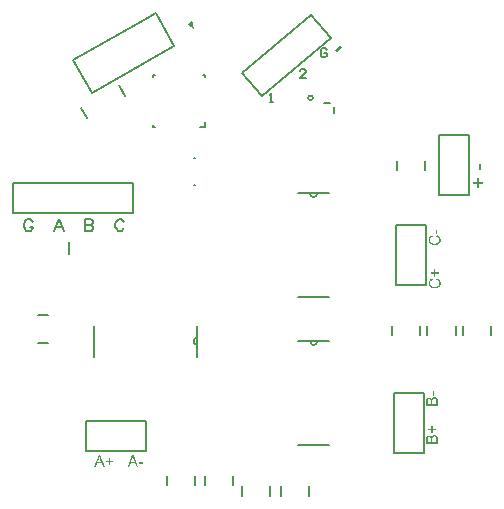
<source format=gto>
G04*
G04 #@! TF.GenerationSoftware,Altium Limited,Altium Designer,20.0.13 (296)*
G04*
G04 Layer_Color=65535*
%FSLAX25Y25*%
%MOIN*%
G70*
G01*
G75*
%ADD10C,0.00600*%
%ADD11C,0.00787*%
%ADD12C,0.00591*%
%ADD13C,0.01000*%
%ADD14C,0.00500*%
G36*
X-20209Y79108D02*
X-21025Y82151D01*
X-22138Y80222D01*
X-20209Y79108D01*
D02*
G37*
G36*
X59851Y-43209D02*
X59377D01*
Y-41757D01*
X59851D01*
Y-43209D01*
D02*
G37*
G36*
X59936Y-43663D02*
X59958D01*
X59986Y-43666D01*
X60019Y-43669D01*
X60053Y-43674D01*
X60130Y-43688D01*
X60216Y-43710D01*
X60305Y-43738D01*
X60393Y-43777D01*
X60396D01*
X60404Y-43782D01*
X60416Y-43788D01*
X60432Y-43796D01*
X60452Y-43807D01*
X60474Y-43821D01*
X60524Y-43854D01*
X60582Y-43896D01*
X60640Y-43943D01*
X60698Y-43995D01*
X60748Y-44056D01*
Y-44059D01*
X60754Y-44065D01*
X60759Y-44073D01*
X60767Y-44087D01*
X60778Y-44104D01*
X60790Y-44123D01*
X60803Y-44145D01*
X60817Y-44170D01*
X60834Y-44201D01*
X60848Y-44231D01*
X60881Y-44303D01*
X60909Y-44383D01*
X60936Y-44475D01*
Y-44477D01*
X60939Y-44486D01*
X60942Y-44500D01*
X60947Y-44519D01*
X60950Y-44544D01*
X60956Y-44574D01*
X60961Y-44608D01*
X60967Y-44646D01*
X60975Y-44688D01*
X60981Y-44735D01*
X60986Y-44788D01*
X60989Y-44840D01*
X60994Y-44899D01*
X60997Y-44959D01*
X61000Y-45026D01*
Y-46552D01*
X57166D01*
Y-45076D01*
X57169Y-45045D01*
Y-45006D01*
X57172Y-44965D01*
X57177Y-44915D01*
X57180Y-44865D01*
X57188Y-44810D01*
X57194Y-44752D01*
X57216Y-44635D01*
X57247Y-44519D01*
X57263Y-44464D01*
X57285Y-44414D01*
Y-44411D01*
X57291Y-44403D01*
X57297Y-44389D01*
X57308Y-44369D01*
X57319Y-44347D01*
X57335Y-44322D01*
X57352Y-44292D01*
X57374Y-44261D01*
X57396Y-44228D01*
X57424Y-44195D01*
X57452Y-44162D01*
X57485Y-44126D01*
X57521Y-44092D01*
X57557Y-44059D01*
X57598Y-44029D01*
X57643Y-43998D01*
X57645Y-43995D01*
X57654Y-43993D01*
X57668Y-43984D01*
X57684Y-43973D01*
X57706Y-43962D01*
X57734Y-43951D01*
X57762Y-43937D01*
X57795Y-43921D01*
X57834Y-43907D01*
X57873Y-43893D01*
X57959Y-43871D01*
X58053Y-43851D01*
X58100Y-43849D01*
X58150Y-43846D01*
X58152D01*
X58161D01*
X58175D01*
X58191Y-43849D01*
X58213D01*
X58238Y-43854D01*
X58269Y-43857D01*
X58299Y-43863D01*
X58371Y-43879D01*
X58449Y-43904D01*
X58490Y-43918D01*
X58529Y-43937D01*
X58571Y-43957D01*
X58612Y-43982D01*
X58615Y-43984D01*
X58621Y-43987D01*
X58632Y-43995D01*
X58648Y-44006D01*
X58668Y-44020D01*
X58687Y-44037D01*
X58712Y-44059D01*
X58737Y-44081D01*
X58765Y-44109D01*
X58792Y-44137D01*
X58820Y-44170D01*
X58851Y-44206D01*
X58881Y-44247D01*
X58909Y-44289D01*
X58936Y-44333D01*
X58961Y-44383D01*
Y-44381D01*
X58967Y-44367D01*
X58972Y-44350D01*
X58981Y-44325D01*
X58992Y-44297D01*
X59006Y-44264D01*
X59022Y-44225D01*
X59044Y-44187D01*
X59066Y-44142D01*
X59092Y-44098D01*
X59119Y-44054D01*
X59152Y-44009D01*
X59186Y-43968D01*
X59224Y-43924D01*
X59266Y-43885D01*
X59310Y-43849D01*
X59313Y-43846D01*
X59321Y-43840D01*
X59335Y-43832D01*
X59355Y-43818D01*
X59377Y-43804D01*
X59404Y-43788D01*
X59438Y-43771D01*
X59474Y-43755D01*
X59515Y-43738D01*
X59560Y-43718D01*
X59607Y-43705D01*
X59659Y-43691D01*
X59712Y-43677D01*
X59770Y-43669D01*
X59828Y-43663D01*
X59889Y-43660D01*
X59892D01*
X59900D01*
X59917D01*
X59936Y-43663D01*
D02*
G37*
G36*
X59333Y-54236D02*
X60382D01*
Y-54679D01*
X59333D01*
Y-55724D01*
X58892D01*
Y-54679D01*
X57848D01*
Y-54236D01*
X58892D01*
Y-53192D01*
X59333D01*
Y-54236D01*
D02*
G37*
G36*
X59936Y-56311D02*
X59958D01*
X59986Y-56314D01*
X60019Y-56316D01*
X60053Y-56322D01*
X60130Y-56336D01*
X60216Y-56358D01*
X60305Y-56386D01*
X60393Y-56424D01*
X60396D01*
X60404Y-56430D01*
X60416Y-56436D01*
X60432Y-56444D01*
X60452Y-56455D01*
X60474Y-56469D01*
X60524Y-56502D01*
X60582Y-56544D01*
X60640Y-56591D01*
X60698Y-56643D01*
X60748Y-56704D01*
Y-56707D01*
X60754Y-56713D01*
X60759Y-56721D01*
X60767Y-56735D01*
X60778Y-56751D01*
X60790Y-56771D01*
X60803Y-56793D01*
X60817Y-56818D01*
X60834Y-56848D01*
X60848Y-56879D01*
X60881Y-56951D01*
X60909Y-57031D01*
X60936Y-57122D01*
Y-57125D01*
X60939Y-57134D01*
X60942Y-57147D01*
X60947Y-57167D01*
X60950Y-57192D01*
X60956Y-57222D01*
X60961Y-57256D01*
X60967Y-57294D01*
X60975Y-57336D01*
X60981Y-57383D01*
X60986Y-57436D01*
X60989Y-57488D01*
X60994Y-57546D01*
X60997Y-57607D01*
X61000Y-57674D01*
Y-59200D01*
X57166D01*
Y-57724D01*
X57169Y-57693D01*
Y-57654D01*
X57172Y-57613D01*
X57177Y-57563D01*
X57180Y-57513D01*
X57188Y-57458D01*
X57194Y-57399D01*
X57216Y-57283D01*
X57247Y-57167D01*
X57263Y-57111D01*
X57285Y-57062D01*
Y-57059D01*
X57291Y-57051D01*
X57297Y-57037D01*
X57308Y-57017D01*
X57319Y-56995D01*
X57335Y-56970D01*
X57352Y-56940D01*
X57374Y-56909D01*
X57396Y-56876D01*
X57424Y-56843D01*
X57452Y-56810D01*
X57485Y-56774D01*
X57521Y-56740D01*
X57557Y-56707D01*
X57598Y-56677D01*
X57643Y-56646D01*
X57645Y-56643D01*
X57654Y-56640D01*
X57668Y-56632D01*
X57684Y-56621D01*
X57706Y-56610D01*
X57734Y-56599D01*
X57762Y-56585D01*
X57795Y-56568D01*
X57834Y-56555D01*
X57873Y-56541D01*
X57959Y-56519D01*
X58053Y-56499D01*
X58100Y-56497D01*
X58150Y-56494D01*
X58152D01*
X58161D01*
X58175D01*
X58191Y-56497D01*
X58213D01*
X58238Y-56502D01*
X58269Y-56505D01*
X58299Y-56510D01*
X58371Y-56527D01*
X58449Y-56552D01*
X58490Y-56566D01*
X58529Y-56585D01*
X58571Y-56604D01*
X58612Y-56629D01*
X58615Y-56632D01*
X58621Y-56635D01*
X58632Y-56643D01*
X58648Y-56654D01*
X58668Y-56668D01*
X58687Y-56685D01*
X58712Y-56707D01*
X58737Y-56729D01*
X58765Y-56757D01*
X58792Y-56785D01*
X58820Y-56818D01*
X58851Y-56854D01*
X58881Y-56895D01*
X58909Y-56937D01*
X58936Y-56981D01*
X58961Y-57031D01*
Y-57028D01*
X58967Y-57015D01*
X58972Y-56998D01*
X58981Y-56973D01*
X58992Y-56945D01*
X59006Y-56912D01*
X59022Y-56873D01*
X59044Y-56834D01*
X59066Y-56790D01*
X59092Y-56746D01*
X59119Y-56701D01*
X59152Y-56657D01*
X59186Y-56616D01*
X59224Y-56571D01*
X59266Y-56533D01*
X59310Y-56497D01*
X59313Y-56494D01*
X59321Y-56488D01*
X59335Y-56480D01*
X59355Y-56466D01*
X59377Y-56452D01*
X59404Y-56436D01*
X59438Y-56419D01*
X59474Y-56402D01*
X59515Y-56386D01*
X59560Y-56366D01*
X59607Y-56352D01*
X59659Y-56339D01*
X59712Y-56325D01*
X59770Y-56316D01*
X59828Y-56311D01*
X59889Y-56308D01*
X59892D01*
X59900D01*
X59917D01*
X59936Y-56311D01*
D02*
G37*
G36*
X60787Y10699D02*
X60313D01*
Y12150D01*
X60787D01*
Y10699D01*
D02*
G37*
G36*
X60729Y10319D02*
X60737Y10317D01*
X60748Y10314D01*
X60762Y10311D01*
X60781Y10306D01*
X60823Y10292D01*
X60875Y10272D01*
X60934Y10250D01*
X61000Y10222D01*
X61072Y10189D01*
X61150Y10153D01*
X61227Y10112D01*
X61305Y10065D01*
X61385Y10012D01*
X61463Y9954D01*
X61537Y9890D01*
X61607Y9821D01*
X61673Y9746D01*
X61676Y9741D01*
X61687Y9727D01*
X61704Y9704D01*
X61723Y9671D01*
X61748Y9633D01*
X61776Y9583D01*
X61806Y9527D01*
X61837Y9464D01*
X61867Y9394D01*
X61897Y9317D01*
X61925Y9234D01*
X61950Y9145D01*
X61970Y9048D01*
X61986Y8948D01*
X61997Y8843D01*
X62000Y8732D01*
Y8691D01*
X61997Y8671D01*
Y8630D01*
X61992Y8577D01*
X61986Y8516D01*
X61978Y8447D01*
X61970Y8375D01*
X61956Y8294D01*
X61939Y8214D01*
X61917Y8128D01*
X61895Y8045D01*
X61864Y7962D01*
X61831Y7879D01*
X61792Y7799D01*
X61748Y7724D01*
X61745Y7718D01*
X61737Y7707D01*
X61720Y7688D01*
X61701Y7660D01*
X61676Y7627D01*
X61643Y7591D01*
X61607Y7549D01*
X61562Y7505D01*
X61513Y7458D01*
X61460Y7411D01*
X61399Y7361D01*
X61335Y7311D01*
X61263Y7264D01*
X61188Y7217D01*
X61105Y7173D01*
X61019Y7134D01*
X61017D01*
X61014Y7131D01*
X60997Y7126D01*
X60972Y7114D01*
X60936Y7103D01*
X60892Y7087D01*
X60839Y7070D01*
X60778Y7051D01*
X60712Y7034D01*
X60637Y7015D01*
X60557Y6995D01*
X60474Y6979D01*
X60382Y6962D01*
X60291Y6951D01*
X60194Y6940D01*
X60094Y6934D01*
X59992Y6932D01*
X59989D01*
X59983D01*
X59975D01*
X59964D01*
X59950D01*
X59934Y6934D01*
X59892D01*
X59839Y6940D01*
X59778Y6943D01*
X59709Y6951D01*
X59634Y6959D01*
X59557Y6973D01*
X59474Y6987D01*
X59385Y7006D01*
X59297Y7029D01*
X59208Y7054D01*
X59119Y7084D01*
X59033Y7120D01*
X58947Y7159D01*
X58942Y7162D01*
X58928Y7170D01*
X58906Y7184D01*
X58873Y7200D01*
X58837Y7225D01*
X58795Y7253D01*
X58745Y7289D01*
X58695Y7328D01*
X58643Y7369D01*
X58585Y7419D01*
X58529Y7472D01*
X58474Y7530D01*
X58418Y7594D01*
X58366Y7660D01*
X58316Y7732D01*
X58269Y7810D01*
X58266Y7815D01*
X58258Y7829D01*
X58247Y7851D01*
X58233Y7885D01*
X58213Y7923D01*
X58194Y7970D01*
X58175Y8026D01*
X58153Y8084D01*
X58130Y8151D01*
X58111Y8223D01*
X58089Y8300D01*
X58072Y8380D01*
X58058Y8466D01*
X58047Y8555D01*
X58039Y8646D01*
X58036Y8741D01*
Y8779D01*
X58039Y8796D01*
X58042Y8838D01*
X58044Y8887D01*
X58053Y8943D01*
X58061Y9006D01*
X58072Y9078D01*
X58089Y9153D01*
X58108Y9231D01*
X58130Y9311D01*
X58161Y9392D01*
X58194Y9472D01*
X58233Y9555D01*
X58277Y9633D01*
X58330Y9707D01*
X58333Y9713D01*
X58344Y9724D01*
X58360Y9746D01*
X58385Y9771D01*
X58413Y9804D01*
X58452Y9840D01*
X58493Y9879D01*
X58543Y9923D01*
X58598Y9968D01*
X58659Y10015D01*
X58729Y10059D01*
X58801Y10103D01*
X58881Y10148D01*
X58967Y10187D01*
X59058Y10225D01*
X59155Y10256D01*
X59272Y9757D01*
X59266Y9754D01*
X59252Y9752D01*
X59233Y9743D01*
X59202Y9732D01*
X59169Y9718D01*
X59130Y9702D01*
X59086Y9680D01*
X59039Y9657D01*
X58989Y9633D01*
X58939Y9602D01*
X58889Y9572D01*
X58837Y9535D01*
X58790Y9497D01*
X58742Y9458D01*
X58701Y9414D01*
X58662Y9366D01*
X58659Y9364D01*
X58654Y9356D01*
X58645Y9342D01*
X58632Y9322D01*
X58618Y9297D01*
X58601Y9267D01*
X58585Y9231D01*
X58565Y9192D01*
X58549Y9148D01*
X58532Y9101D01*
X58515Y9048D01*
X58501Y8993D01*
X58488Y8932D01*
X58479Y8868D01*
X58474Y8801D01*
X58471Y8729D01*
Y8688D01*
X58474Y8657D01*
X58477Y8619D01*
X58482Y8574D01*
X58488Y8524D01*
X58499Y8472D01*
X58510Y8414D01*
X58524Y8355D01*
X58540Y8294D01*
X58560Y8231D01*
X58585Y8170D01*
X58615Y8109D01*
X58645Y8048D01*
X58684Y7990D01*
X58687Y7987D01*
X58693Y7976D01*
X58706Y7962D01*
X58723Y7943D01*
X58745Y7918D01*
X58770Y7890D01*
X58801Y7860D01*
X58834Y7826D01*
X58873Y7793D01*
X58914Y7757D01*
X58961Y7724D01*
X59014Y7691D01*
X59067Y7657D01*
X59125Y7627D01*
X59186Y7599D01*
X59252Y7574D01*
X59255D01*
X59269Y7569D01*
X59288Y7563D01*
X59313Y7555D01*
X59346Y7547D01*
X59385Y7536D01*
X59429Y7527D01*
X59479Y7516D01*
X59532Y7505D01*
X59590Y7494D01*
X59651Y7483D01*
X59715Y7475D01*
X59848Y7461D01*
X59917Y7458D01*
X59989Y7455D01*
X59995D01*
X60011D01*
X60036D01*
X60072Y7458D01*
X60114Y7461D01*
X60163Y7463D01*
X60219Y7466D01*
X60277Y7472D01*
X60343Y7480D01*
X60413Y7489D01*
X60554Y7516D01*
X60629Y7530D01*
X60701Y7549D01*
X60773Y7572D01*
X60842Y7597D01*
X60845Y7599D01*
X60859Y7602D01*
X60875Y7610D01*
X60900Y7624D01*
X60931Y7638D01*
X60967Y7657D01*
X61006Y7680D01*
X61047Y7705D01*
X61089Y7735D01*
X61133Y7768D01*
X61180Y7804D01*
X61224Y7843D01*
X61269Y7887D01*
X61310Y7934D01*
X61349Y7984D01*
X61385Y8040D01*
X61388Y8043D01*
X61393Y8054D01*
X61402Y8070D01*
X61413Y8092D01*
X61427Y8120D01*
X61443Y8153D01*
X61457Y8192D01*
X61474Y8234D01*
X61493Y8281D01*
X61507Y8331D01*
X61524Y8386D01*
X61537Y8441D01*
X61549Y8502D01*
X61557Y8563D01*
X61562Y8627D01*
X61565Y8691D01*
Y8710D01*
X61562Y8732D01*
Y8763D01*
X61557Y8799D01*
X61551Y8840D01*
X61546Y8890D01*
X61535Y8940D01*
X61521Y8995D01*
X61504Y9053D01*
X61485Y9115D01*
X61463Y9175D01*
X61435Y9236D01*
X61402Y9297D01*
X61363Y9356D01*
X61321Y9414D01*
X61319Y9416D01*
X61310Y9427D01*
X61296Y9441D01*
X61274Y9461D01*
X61249Y9486D01*
X61219Y9513D01*
X61180Y9544D01*
X61138Y9574D01*
X61089Y9607D01*
X61036Y9641D01*
X60975Y9677D01*
X60909Y9707D01*
X60839Y9741D01*
X60762Y9768D01*
X60681Y9793D01*
X60593Y9815D01*
X60720Y10322D01*
X60723D01*
X60729Y10319D01*
D02*
G37*
G36*
X60269Y-2112D02*
X61319D01*
Y-2555D01*
X60269D01*
Y-3600D01*
X59828D01*
Y-2555D01*
X58784D01*
Y-2112D01*
X59828D01*
Y-1068D01*
X60269D01*
Y-2112D01*
D02*
G37*
G36*
X60729Y-4112D02*
X60737Y-4115D01*
X60748Y-4118D01*
X60762Y-4121D01*
X60781Y-4126D01*
X60823Y-4140D01*
X60875Y-4159D01*
X60934Y-4182D01*
X61000Y-4209D01*
X61072Y-4242D01*
X61150Y-4279D01*
X61227Y-4320D01*
X61305Y-4367D01*
X61385Y-4420D01*
X61463Y-4478D01*
X61537Y-4542D01*
X61607Y-4611D01*
X61673Y-4686D01*
X61676Y-4691D01*
X61687Y-4705D01*
X61704Y-4727D01*
X61723Y-4761D01*
X61748Y-4799D01*
X61776Y-4849D01*
X61806Y-4905D01*
X61837Y-4968D01*
X61867Y-5037D01*
X61897Y-5115D01*
X61925Y-5198D01*
X61950Y-5287D01*
X61970Y-5384D01*
X61986Y-5483D01*
X61997Y-5589D01*
X62000Y-5700D01*
Y-5741D01*
X61997Y-5760D01*
Y-5802D01*
X61992Y-5855D01*
X61986Y-5916D01*
X61978Y-5985D01*
X61970Y-6057D01*
X61956Y-6137D01*
X61939Y-6217D01*
X61917Y-6303D01*
X61895Y-6386D01*
X61864Y-6470D01*
X61831Y-6553D01*
X61792Y-6633D01*
X61748Y-6708D01*
X61745Y-6713D01*
X61737Y-6724D01*
X61720Y-6744D01*
X61701Y-6771D01*
X61676Y-6805D01*
X61643Y-6841D01*
X61607Y-6882D01*
X61562Y-6927D01*
X61513Y-6974D01*
X61460Y-7021D01*
X61399Y-7071D01*
X61335Y-7120D01*
X61263Y-7168D01*
X61188Y-7215D01*
X61105Y-7259D01*
X61019Y-7298D01*
X61017D01*
X61014Y-7301D01*
X60997Y-7306D01*
X60972Y-7317D01*
X60936Y-7328D01*
X60892Y-7345D01*
X60839Y-7361D01*
X60778Y-7381D01*
X60712Y-7397D01*
X60637Y-7417D01*
X60557Y-7436D01*
X60474Y-7453D01*
X60382Y-7469D01*
X60291Y-7481D01*
X60194Y-7492D01*
X60094Y-7497D01*
X59992Y-7500D01*
X59989D01*
X59983D01*
X59975D01*
X59964D01*
X59950D01*
X59934Y-7497D01*
X59892D01*
X59839Y-7492D01*
X59778Y-7489D01*
X59709Y-7481D01*
X59634Y-7472D01*
X59557Y-7458D01*
X59474Y-7445D01*
X59385Y-7425D01*
X59297Y-7403D01*
X59208Y-7378D01*
X59119Y-7348D01*
X59033Y-7312D01*
X58947Y-7273D01*
X58942Y-7270D01*
X58928Y-7262D01*
X58906Y-7248D01*
X58873Y-7231D01*
X58837Y-7206D01*
X58795Y-7179D01*
X58745Y-7143D01*
X58695Y-7104D01*
X58643Y-7062D01*
X58585Y-7012D01*
X58529Y-6960D01*
X58474Y-6902D01*
X58418Y-6838D01*
X58366Y-6771D01*
X58316Y-6700D01*
X58269Y-6622D01*
X58266Y-6616D01*
X58258Y-6602D01*
X58247Y-6580D01*
X58233Y-6547D01*
X58213Y-6508D01*
X58194Y-6461D01*
X58175Y-6406D01*
X58153Y-6348D01*
X58130Y-6281D01*
X58111Y-6209D01*
X58089Y-6132D01*
X58072Y-6051D01*
X58058Y-5965D01*
X58047Y-5877D01*
X58039Y-5785D01*
X58036Y-5691D01*
Y-5652D01*
X58039Y-5636D01*
X58042Y-5594D01*
X58044Y-5544D01*
X58053Y-5489D01*
X58061Y-5425D01*
X58072Y-5353D01*
X58089Y-5279D01*
X58108Y-5201D01*
X58130Y-5121D01*
X58161Y-5040D01*
X58194Y-4960D01*
X58233Y-4877D01*
X58277Y-4799D01*
X58330Y-4724D01*
X58333Y-4719D01*
X58344Y-4708D01*
X58360Y-4686D01*
X58385Y-4661D01*
X58413Y-4628D01*
X58452Y-4592D01*
X58493Y-4553D01*
X58543Y-4508D01*
X58598Y-4464D01*
X58659Y-4417D01*
X58729Y-4373D01*
X58801Y-4328D01*
X58881Y-4284D01*
X58967Y-4245D01*
X59058Y-4206D01*
X59155Y-4176D01*
X59272Y-4675D01*
X59266Y-4677D01*
X59252Y-4680D01*
X59233Y-4688D01*
X59202Y-4699D01*
X59169Y-4713D01*
X59130Y-4730D01*
X59086Y-4752D01*
X59039Y-4774D01*
X58989Y-4799D01*
X58939Y-4830D01*
X58889Y-4860D01*
X58837Y-4896D01*
X58790Y-4935D01*
X58742Y-4974D01*
X58701Y-5018D01*
X58662Y-5065D01*
X58659Y-5068D01*
X58654Y-5076D01*
X58645Y-5090D01*
X58632Y-5110D01*
X58618Y-5134D01*
X58601Y-5165D01*
X58585Y-5201D01*
X58565Y-5240D01*
X58549Y-5284D01*
X58532Y-5331D01*
X58515Y-5384D01*
X58501Y-5439D01*
X58488Y-5500D01*
X58479Y-5564D01*
X58474Y-5630D01*
X58471Y-5702D01*
Y-5744D01*
X58474Y-5774D01*
X58477Y-5813D01*
X58482Y-5857D01*
X58488Y-5907D01*
X58499Y-5960D01*
X58510Y-6018D01*
X58524Y-6076D01*
X58540Y-6137D01*
X58560Y-6201D01*
X58585Y-6262D01*
X58615Y-6323D01*
X58645Y-6384D01*
X58684Y-6442D01*
X58687Y-6445D01*
X58693Y-6456D01*
X58706Y-6470D01*
X58723Y-6489D01*
X58745Y-6514D01*
X58770Y-6542D01*
X58801Y-6572D01*
X58834Y-6605D01*
X58873Y-6639D01*
X58914Y-6674D01*
X58961Y-6708D01*
X59014Y-6741D01*
X59067Y-6774D01*
X59125Y-6805D01*
X59186Y-6832D01*
X59252Y-6857D01*
X59255D01*
X59269Y-6863D01*
X59288Y-6868D01*
X59313Y-6877D01*
X59346Y-6885D01*
X59385Y-6896D01*
X59429Y-6904D01*
X59479Y-6916D01*
X59532Y-6927D01*
X59590Y-6938D01*
X59651Y-6949D01*
X59715Y-6957D01*
X59848Y-6971D01*
X59917Y-6974D01*
X59989Y-6977D01*
X59995D01*
X60011D01*
X60036D01*
X60072Y-6974D01*
X60114Y-6971D01*
X60163Y-6968D01*
X60219Y-6965D01*
X60277Y-6960D01*
X60343Y-6951D01*
X60413Y-6943D01*
X60554Y-6916D01*
X60629Y-6902D01*
X60701Y-6882D01*
X60773Y-6860D01*
X60842Y-6835D01*
X60845Y-6832D01*
X60859Y-6830D01*
X60875Y-6821D01*
X60900Y-6808D01*
X60931Y-6794D01*
X60967Y-6774D01*
X61006Y-6752D01*
X61047Y-6727D01*
X61089Y-6697D01*
X61133Y-6663D01*
X61180Y-6628D01*
X61224Y-6589D01*
X61269Y-6544D01*
X61310Y-6497D01*
X61349Y-6447D01*
X61385Y-6392D01*
X61388Y-6389D01*
X61393Y-6378D01*
X61402Y-6362D01*
X61413Y-6339D01*
X61427Y-6312D01*
X61443Y-6278D01*
X61457Y-6240D01*
X61474Y-6198D01*
X61493Y-6151D01*
X61507Y-6101D01*
X61524Y-6046D01*
X61537Y-5990D01*
X61549Y-5929D01*
X61557Y-5869D01*
X61562Y-5805D01*
X61565Y-5741D01*
Y-5722D01*
X61562Y-5700D01*
Y-5669D01*
X61557Y-5633D01*
X61551Y-5592D01*
X61546Y-5542D01*
X61535Y-5492D01*
X61521Y-5436D01*
X61504Y-5378D01*
X61485Y-5317D01*
X61463Y-5256D01*
X61435Y-5195D01*
X61402Y-5134D01*
X61363Y-5076D01*
X61321Y-5018D01*
X61319Y-5015D01*
X61310Y-5004D01*
X61296Y-4990D01*
X61274Y-4971D01*
X61249Y-4946D01*
X61219Y-4918D01*
X61180Y-4888D01*
X61138Y-4857D01*
X61089Y-4824D01*
X61036Y-4791D01*
X60975Y-4755D01*
X60909Y-4724D01*
X60839Y-4691D01*
X60762Y-4663D01*
X60681Y-4639D01*
X60593Y-4616D01*
X60720Y-4109D01*
X60723D01*
X60729Y-4112D01*
D02*
G37*
G36*
X75464Y31987D02*
X74832D01*
Y33925D01*
X75464D01*
Y31987D01*
D02*
G37*
G36*
X74773Y27987D02*
X76175D01*
Y27395D01*
X74773D01*
Y26000D01*
X74184D01*
Y27395D01*
X72789D01*
Y27987D01*
X74184D01*
Y29382D01*
X74773D01*
Y27987D01*
D02*
G37*
G36*
X-37146Y-65851D02*
X-38597D01*
Y-65377D01*
X-37146D01*
Y-65851D01*
D02*
G37*
G36*
X-48137Y-64892D02*
X-47093D01*
Y-65333D01*
X-48137D01*
Y-66382D01*
X-48581D01*
Y-65333D01*
X-49625D01*
Y-64892D01*
X-48581D01*
Y-63848D01*
X-48137D01*
Y-64892D01*
D02*
G37*
G36*
X-38755Y-67000D02*
X-39331D01*
X-39775Y-65839D01*
X-41384D01*
X-41802Y-67000D01*
X-42337D01*
X-40866Y-63166D01*
X-40323D01*
X-38755Y-67000D01*
D02*
G37*
G36*
X-49916D02*
X-50492D01*
X-50935Y-65839D01*
X-52544D01*
X-52963Y-67000D01*
X-53497D01*
X-52026Y-63166D01*
X-51483D01*
X-49916Y-67000D01*
D02*
G37*
%LPC*%
G36*
X59889Y-44184D02*
X59886D01*
X59881D01*
X59867D01*
X59853Y-44187D01*
X59834D01*
X59814Y-44189D01*
X59762Y-44198D01*
X59704Y-44212D01*
X59643Y-44231D01*
X59579Y-44259D01*
X59518Y-44295D01*
X59515D01*
X59510Y-44300D01*
X59504Y-44306D01*
X59493Y-44314D01*
X59465Y-44339D01*
X59432Y-44375D01*
X59393Y-44419D01*
X59357Y-44472D01*
X59324Y-44533D01*
X59297Y-44602D01*
Y-44605D01*
X59294Y-44610D01*
X59291Y-44622D01*
X59285Y-44638D01*
X59280Y-44657D01*
X59274Y-44682D01*
X59269Y-44710D01*
X59263Y-44743D01*
X59258Y-44782D01*
X59252Y-44824D01*
X59247Y-44871D01*
X59241Y-44921D01*
X59236Y-44973D01*
X59233Y-45031D01*
X59230Y-45095D01*
Y-46045D01*
X60549D01*
Y-45009D01*
X60546Y-44957D01*
Y-44899D01*
X60540Y-44843D01*
X60537Y-44791D01*
X60535Y-44765D01*
X60532Y-44746D01*
Y-44743D01*
X60529Y-44738D01*
Y-44730D01*
X60526Y-44716D01*
X60518Y-44685D01*
X60507Y-44644D01*
X60493Y-44599D01*
X60476Y-44550D01*
X60454Y-44502D01*
X60429Y-44455D01*
Y-44453D01*
X60427Y-44450D01*
X60416Y-44436D01*
X60399Y-44414D01*
X60374Y-44386D01*
X60343Y-44356D01*
X60308Y-44322D01*
X60266Y-44292D01*
X60216Y-44261D01*
X60213D01*
X60211Y-44259D01*
X60202Y-44253D01*
X60191Y-44250D01*
X60161Y-44236D01*
X60122Y-44223D01*
X60075Y-44209D01*
X60019Y-44195D01*
X59956Y-44187D01*
X59889Y-44184D01*
D02*
G37*
G36*
X58208Y-44344D02*
X58205D01*
X58200D01*
X58188D01*
X58175D01*
X58158Y-44347D01*
X58139Y-44350D01*
X58094Y-44356D01*
X58042Y-44367D01*
X57986Y-44383D01*
X57928Y-44408D01*
X57873Y-44439D01*
X57870D01*
X57867Y-44444D01*
X57848Y-44455D01*
X57823Y-44477D01*
X57792Y-44505D01*
X57759Y-44541D01*
X57726Y-44588D01*
X57698Y-44638D01*
X57673Y-44699D01*
Y-44702D01*
X57670Y-44707D01*
X57668Y-44718D01*
X57665Y-44732D01*
X57659Y-44752D01*
X57657Y-44774D01*
X57651Y-44802D01*
X57645Y-44835D01*
X57640Y-44874D01*
X57635Y-44915D01*
X57632Y-44962D01*
X57626Y-45015D01*
X57623Y-45073D01*
X57621Y-45137D01*
X57618Y-45206D01*
Y-46045D01*
X58779D01*
Y-45164D01*
X58776Y-45137D01*
Y-45070D01*
X58773Y-45031D01*
X58767Y-44954D01*
X58759Y-44874D01*
X58754Y-44835D01*
X58748Y-44799D01*
X58742Y-44765D01*
X58734Y-44735D01*
Y-44732D01*
X58731Y-44727D01*
X58729Y-44716D01*
X58723Y-44702D01*
X58718Y-44688D01*
X58709Y-44669D01*
X58690Y-44627D01*
X58665Y-44580D01*
X58632Y-44530D01*
X58593Y-44486D01*
X58546Y-44444D01*
X58543D01*
X58540Y-44439D01*
X58532Y-44436D01*
X58521Y-44428D01*
X58507Y-44422D01*
X58493Y-44414D01*
X58452Y-44394D01*
X58404Y-44375D01*
X58346Y-44361D01*
X58280Y-44350D01*
X58208Y-44344D01*
D02*
G37*
G36*
X59889Y-56832D02*
X59886D01*
X59881D01*
X59867D01*
X59853Y-56834D01*
X59834D01*
X59814Y-56837D01*
X59762Y-56845D01*
X59704Y-56859D01*
X59643Y-56879D01*
X59579Y-56906D01*
X59518Y-56942D01*
X59515D01*
X59510Y-56948D01*
X59504Y-56954D01*
X59493Y-56962D01*
X59465Y-56987D01*
X59432Y-57023D01*
X59393Y-57067D01*
X59357Y-57120D01*
X59324Y-57181D01*
X59297Y-57250D01*
Y-57253D01*
X59294Y-57258D01*
X59291Y-57269D01*
X59285Y-57286D01*
X59280Y-57305D01*
X59274Y-57330D01*
X59269Y-57358D01*
X59263Y-57391D01*
X59258Y-57430D01*
X59252Y-57472D01*
X59247Y-57519D01*
X59241Y-57569D01*
X59236Y-57621D01*
X59233Y-57679D01*
X59230Y-57743D01*
Y-58693D01*
X60549D01*
Y-57657D01*
X60546Y-57604D01*
Y-57546D01*
X60540Y-57491D01*
X60537Y-57438D01*
X60535Y-57413D01*
X60532Y-57394D01*
Y-57391D01*
X60529Y-57386D01*
Y-57377D01*
X60526Y-57363D01*
X60518Y-57333D01*
X60507Y-57292D01*
X60493Y-57247D01*
X60476Y-57197D01*
X60454Y-57150D01*
X60429Y-57103D01*
Y-57100D01*
X60427Y-57098D01*
X60416Y-57084D01*
X60399Y-57062D01*
X60374Y-57034D01*
X60343Y-57003D01*
X60308Y-56970D01*
X60266Y-56940D01*
X60216Y-56909D01*
X60213D01*
X60211Y-56906D01*
X60202Y-56901D01*
X60191Y-56898D01*
X60161Y-56884D01*
X60122Y-56870D01*
X60075Y-56857D01*
X60019Y-56843D01*
X59956Y-56834D01*
X59889Y-56832D01*
D02*
G37*
G36*
X58208Y-56992D02*
X58205D01*
X58200D01*
X58188D01*
X58175D01*
X58158Y-56995D01*
X58139Y-56998D01*
X58094Y-57003D01*
X58042Y-57015D01*
X57986Y-57031D01*
X57928Y-57056D01*
X57873Y-57086D01*
X57870D01*
X57867Y-57092D01*
X57848Y-57103D01*
X57823Y-57125D01*
X57792Y-57153D01*
X57759Y-57189D01*
X57726Y-57236D01*
X57698Y-57286D01*
X57673Y-57347D01*
Y-57350D01*
X57670Y-57355D01*
X57668Y-57366D01*
X57665Y-57380D01*
X57659Y-57399D01*
X57657Y-57422D01*
X57651Y-57449D01*
X57645Y-57483D01*
X57640Y-57521D01*
X57635Y-57563D01*
X57632Y-57610D01*
X57626Y-57663D01*
X57623Y-57721D01*
X57621Y-57784D01*
X57618Y-57854D01*
Y-58693D01*
X58779D01*
Y-57812D01*
X58776Y-57784D01*
Y-57718D01*
X58773Y-57679D01*
X58767Y-57602D01*
X58759Y-57521D01*
X58754Y-57483D01*
X58748Y-57447D01*
X58742Y-57413D01*
X58734Y-57383D01*
Y-57380D01*
X58731Y-57375D01*
X58729Y-57363D01*
X58723Y-57350D01*
X58718Y-57336D01*
X58709Y-57316D01*
X58690Y-57275D01*
X58665Y-57228D01*
X58632Y-57178D01*
X58593Y-57134D01*
X58546Y-57092D01*
X58543D01*
X58540Y-57086D01*
X58532Y-57084D01*
X58521Y-57075D01*
X58507Y-57070D01*
X58493Y-57062D01*
X58452Y-57042D01*
X58404Y-57023D01*
X58346Y-57009D01*
X58280Y-56998D01*
X58208Y-56992D01*
D02*
G37*
G36*
X-40608Y-63568D02*
Y-63573D01*
X-40611Y-63585D01*
X-40617Y-63604D01*
X-40622Y-63632D01*
X-40631Y-63665D01*
X-40639Y-63704D01*
X-40650Y-63748D01*
X-40661Y-63798D01*
X-40678Y-63853D01*
X-40692Y-63911D01*
X-40708Y-63970D01*
X-40727Y-64033D01*
X-40769Y-64166D01*
X-40816Y-64302D01*
X-41237Y-65427D01*
X-39935D01*
X-40337Y-64366D01*
Y-64363D01*
X-40340Y-64360D01*
X-40345Y-64344D01*
X-40354Y-64319D01*
X-40367Y-64285D01*
X-40381Y-64244D01*
X-40401Y-64197D01*
X-40417Y-64141D01*
X-40439Y-64083D01*
X-40462Y-64022D01*
X-40484Y-63959D01*
X-40528Y-63826D01*
X-40572Y-63693D01*
X-40592Y-63629D01*
X-40608Y-63568D01*
D02*
G37*
G36*
X-51769D02*
Y-63573D01*
X-51771Y-63585D01*
X-51777Y-63604D01*
X-51783Y-63632D01*
X-51791Y-63665D01*
X-51799Y-63704D01*
X-51810Y-63748D01*
X-51821Y-63798D01*
X-51838Y-63853D01*
X-51852Y-63911D01*
X-51868Y-63970D01*
X-51888Y-64033D01*
X-51929Y-64166D01*
X-51977Y-64302D01*
X-52398Y-65427D01*
X-51096D01*
X-51497Y-64366D01*
Y-64363D01*
X-51500Y-64360D01*
X-51506Y-64344D01*
X-51514Y-64319D01*
X-51528Y-64285D01*
X-51542Y-64244D01*
X-51561Y-64197D01*
X-51578Y-64141D01*
X-51600Y-64083D01*
X-51622Y-64022D01*
X-51644Y-63959D01*
X-51688Y-63826D01*
X-51733Y-63693D01*
X-51752Y-63629D01*
X-51769Y-63568D01*
D02*
G37*
%LPD*%
D10*
X18433Y24210D02*
G03*
X20833Y24210I1200J0D01*
G01*
X18488Y-25156D02*
G03*
X20888Y-25156I1200J0D01*
G01*
X-19156Y-23933D02*
G03*
X-19156Y-26333I0J-1200D01*
G01*
X-53556Y-30222D02*
Y-20044D01*
X-19156Y-30222D02*
Y-20044D01*
X14545Y-10190D02*
X24722D01*
X14545Y24210D02*
X24722D01*
X14600Y-59556D02*
X24777D01*
X14600Y-25156D02*
X24777D01*
X-74044Y14647D02*
X-74234Y15028D01*
X-74615Y15409D01*
X-74996Y15599D01*
X-75757D01*
X-76138Y15409D01*
X-76519Y15028D01*
X-76710Y14647D01*
X-76900Y14076D01*
Y13124D01*
X-76710Y12552D01*
X-76519Y12171D01*
X-76138Y11790D01*
X-75757Y11600D01*
X-74996D01*
X-74615Y11790D01*
X-74234Y12171D01*
X-74044Y12552D01*
Y13124D01*
X-74996D02*
X-74044D01*
X-43543Y14647D02*
X-43734Y15028D01*
X-44115Y15409D01*
X-44496Y15599D01*
X-45257D01*
X-45638Y15409D01*
X-46019Y15028D01*
X-46210Y14647D01*
X-46400Y14076D01*
Y13124D01*
X-46210Y12552D01*
X-46019Y12171D01*
X-45638Y11790D01*
X-45257Y11600D01*
X-44496D01*
X-44115Y11790D01*
X-43734Y12171D01*
X-43543Y12552D01*
X-56567Y15599D02*
Y11600D01*
Y15599D02*
X-54853D01*
X-54282Y15409D01*
X-54091Y15218D01*
X-53901Y14837D01*
Y14457D01*
X-54091Y14076D01*
X-54282Y13885D01*
X-54853Y13695D01*
X-56567D02*
X-54853D01*
X-54282Y13504D01*
X-54091Y13314D01*
X-53901Y12933D01*
Y12362D01*
X-54091Y11981D01*
X-54282Y11790D01*
X-54853Y11600D01*
X-56567D01*
X-63686D02*
X-65210Y15599D01*
X-66733Y11600D01*
X-66162Y12933D02*
X-64258D01*
D11*
X19368Y56043D02*
G03*
X19368Y56043I-787J0D01*
G01*
X47000Y-6500D02*
Y13500D01*
Y-6500D02*
X57000D01*
Y13500D01*
X47000D02*
X57000D01*
X46288Y-62300D02*
Y-42300D01*
Y-62300D02*
X56288D01*
Y-42300D01*
X46288D02*
X56288D01*
X-56300Y-51733D02*
X-36300D01*
X-56300Y-61733D02*
Y-51733D01*
Y-61733D02*
X-36300D01*
Y-51733D01*
X56724Y31925D02*
Y35075D01*
X47276Y31925D02*
Y35075D01*
X-19776Y-73075D02*
Y-69925D01*
X-29224Y-73075D02*
Y-69925D01*
X-72075Y-25724D02*
X-68925D01*
X-72075Y-16276D02*
X-68925D01*
X-7276Y-73075D02*
Y-69925D01*
X-16724Y-73075D02*
Y-69925D01*
X18224Y-76575D02*
Y-73425D01*
X8776Y-76575D02*
Y-73425D01*
X5224Y-76575D02*
Y-73425D01*
X-4224Y-76575D02*
Y-73425D01*
X45776Y-23075D02*
Y-19925D01*
X55224Y-23075D02*
Y-19925D01*
X69276Y-23075D02*
Y-19925D01*
X78724Y-23075D02*
Y-19925D01*
X57526Y-23075D02*
Y-19925D01*
X66974Y-23075D02*
Y-19925D01*
X-4105Y64388D02*
X2323Y56728D01*
X-4105Y64388D02*
X18877Y83672D01*
X25305Y76012D01*
X2323Y56728D02*
X25305Y76012D01*
X-17215Y63679D02*
X-16428Y63679D01*
Y62892D02*
Y63679D01*
X-33947Y63679D02*
X-33160D01*
X-33947D02*
X-33947Y62892D01*
Y46160D02*
Y46947D01*
X-16428Y48128D02*
X-16428Y46160D01*
X-18396D02*
X-16428D01*
X-33947Y46160D02*
X-33160Y46160D01*
X-40500Y17500D02*
Y27500D01*
X-80500Y17500D02*
X-40500D01*
X-80500Y27500D02*
X-40500D01*
X-80500Y17500D02*
Y27500D01*
X61500Y43500D02*
X71500Y43500D01*
Y23500D02*
Y43500D01*
X61500Y23500D02*
X71500Y23500D01*
X61500Y23500D02*
Y43500D01*
D12*
X-62000Y4031D02*
Y7969D01*
X-39104Y80789D02*
X-33042Y84289D01*
X-26792Y73463D01*
X-60400Y68494D02*
X-39104Y80789D01*
X-60400Y68494D02*
X-54235Y57815D01*
X-54150Y57668D02*
X-26792Y73463D01*
X-57984Y52705D02*
X-56016Y49295D01*
X-45284Y60205D02*
X-43316Y56795D01*
X23100Y54362D02*
X25100D01*
X26462Y51000D02*
Y53000D01*
X-20197Y35928D02*
X-19803D01*
X-20197Y26872D02*
X-19803D01*
D13*
X27200Y71900D02*
X28400Y72900D01*
D14*
X5000Y54500D02*
X6000D01*
X5500D01*
Y57499D01*
X5000Y56999D01*
X23999Y71999D02*
X23499Y72499D01*
X22500D01*
X22000Y71999D01*
Y70000D01*
X22500Y69500D01*
X23499D01*
X23999Y70000D01*
Y70999D01*
X23000D01*
X16999Y62500D02*
X15000D01*
X16999Y64499D01*
Y64999D01*
X16499Y65499D01*
X15500D01*
X15000Y64999D01*
M02*

</source>
